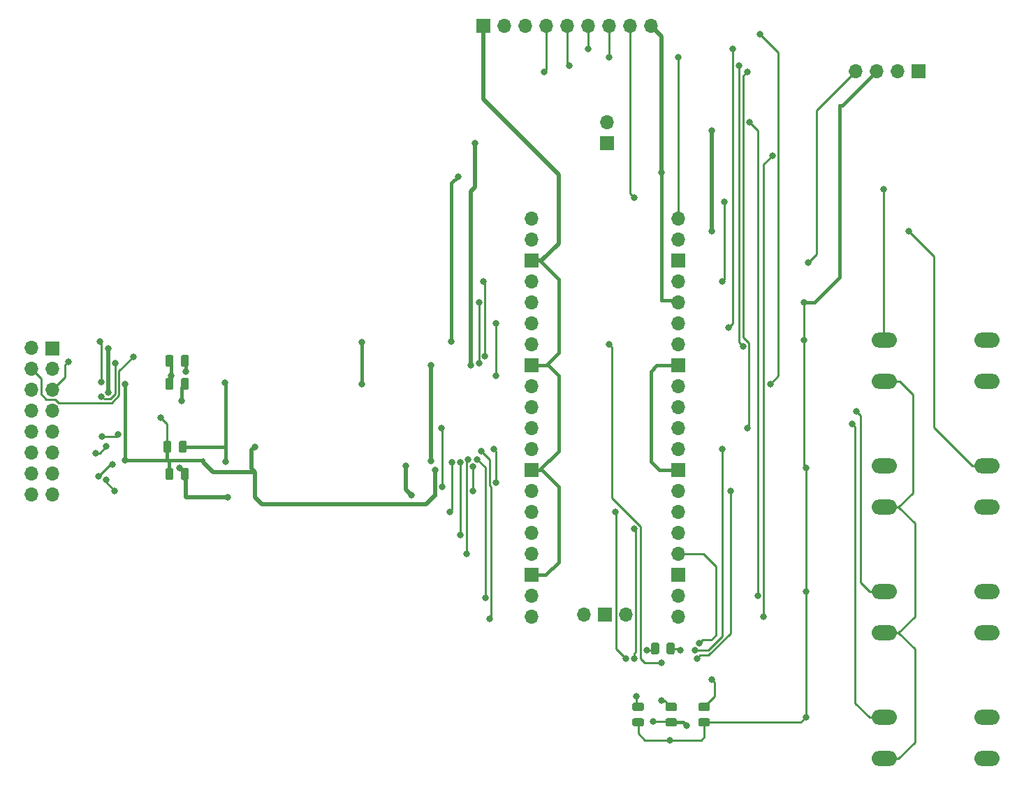
<source format=gbr>
G04 #@! TF.GenerationSoftware,KiCad,Pcbnew,5.1.5+dfsg1-2build2*
G04 #@! TF.CreationDate,2021-06-11T08:21:22+01:00*
G04 #@! TF.ProjectId,pak_breakout,70616b5f-6272-4656-916b-6f75742e6b69,rev?*
G04 #@! TF.SameCoordinates,Original*
G04 #@! TF.FileFunction,Copper,L2,Bot*
G04 #@! TF.FilePolarity,Positive*
%FSLAX46Y46*%
G04 Gerber Fmt 4.6, Leading zero omitted, Abs format (unit mm)*
G04 Created by KiCad (PCBNEW 5.1.5+dfsg1-2build2) date 2021-06-11 08:21:22*
%MOMM*%
%LPD*%
G04 APERTURE LIST*
%ADD10O,1.700000X1.700000*%
%ADD11R,1.700000X1.700000*%
%ADD12O,3.048000X1.850000*%
%ADD13C,0.100000*%
%ADD14C,0.800000*%
%ADD15C,0.250000*%
%ADD16C,0.400000*%
%ADD17C,0.500000*%
G04 APERTURE END LIST*
D10*
X398526000Y-188468000D03*
X395986000Y-188468000D03*
X393446000Y-188468000D03*
X390906000Y-188468000D03*
X388366000Y-188468000D03*
X385826000Y-188468000D03*
X383286000Y-188468000D03*
X380746000Y-188468000D03*
D11*
X378206000Y-188468000D03*
D12*
X426800000Y-246870000D03*
X426800000Y-241870000D03*
X439300000Y-246870000D03*
X439300000Y-241870000D03*
D10*
X393192000Y-200152000D03*
D11*
X393192000Y-202692000D03*
G04 #@! TA.AperFunction,SMDPad,CuDef*
D13*
G36*
X340452142Y-228409174D02*
G01*
X340475803Y-228412684D01*
X340499007Y-228418496D01*
X340521529Y-228426554D01*
X340543153Y-228436782D01*
X340563670Y-228449079D01*
X340582883Y-228463329D01*
X340600607Y-228479393D01*
X340616671Y-228497117D01*
X340630921Y-228516330D01*
X340643218Y-228536847D01*
X340653446Y-228558471D01*
X340661504Y-228580993D01*
X340667316Y-228604197D01*
X340670826Y-228627858D01*
X340672000Y-228651750D01*
X340672000Y-229564250D01*
X340670826Y-229588142D01*
X340667316Y-229611803D01*
X340661504Y-229635007D01*
X340653446Y-229657529D01*
X340643218Y-229679153D01*
X340630921Y-229699670D01*
X340616671Y-229718883D01*
X340600607Y-229736607D01*
X340582883Y-229752671D01*
X340563670Y-229766921D01*
X340543153Y-229779218D01*
X340521529Y-229789446D01*
X340499007Y-229797504D01*
X340475803Y-229803316D01*
X340452142Y-229806826D01*
X340428250Y-229808000D01*
X339940750Y-229808000D01*
X339916858Y-229806826D01*
X339893197Y-229803316D01*
X339869993Y-229797504D01*
X339847471Y-229789446D01*
X339825847Y-229779218D01*
X339805330Y-229766921D01*
X339786117Y-229752671D01*
X339768393Y-229736607D01*
X339752329Y-229718883D01*
X339738079Y-229699670D01*
X339725782Y-229679153D01*
X339715554Y-229657529D01*
X339707496Y-229635007D01*
X339701684Y-229611803D01*
X339698174Y-229588142D01*
X339697000Y-229564250D01*
X339697000Y-228651750D01*
X339698174Y-228627858D01*
X339701684Y-228604197D01*
X339707496Y-228580993D01*
X339715554Y-228558471D01*
X339725782Y-228536847D01*
X339738079Y-228516330D01*
X339752329Y-228497117D01*
X339768393Y-228479393D01*
X339786117Y-228463329D01*
X339805330Y-228449079D01*
X339825847Y-228436782D01*
X339847471Y-228426554D01*
X339869993Y-228418496D01*
X339893197Y-228412684D01*
X339916858Y-228409174D01*
X339940750Y-228408000D01*
X340428250Y-228408000D01*
X340452142Y-228409174D01*
G37*
G04 #@! TD.AperFunction*
G04 #@! TA.AperFunction,SMDPad,CuDef*
G36*
X342327142Y-228409174D02*
G01*
X342350803Y-228412684D01*
X342374007Y-228418496D01*
X342396529Y-228426554D01*
X342418153Y-228436782D01*
X342438670Y-228449079D01*
X342457883Y-228463329D01*
X342475607Y-228479393D01*
X342491671Y-228497117D01*
X342505921Y-228516330D01*
X342518218Y-228536847D01*
X342528446Y-228558471D01*
X342536504Y-228580993D01*
X342542316Y-228604197D01*
X342545826Y-228627858D01*
X342547000Y-228651750D01*
X342547000Y-229564250D01*
X342545826Y-229588142D01*
X342542316Y-229611803D01*
X342536504Y-229635007D01*
X342528446Y-229657529D01*
X342518218Y-229679153D01*
X342505921Y-229699670D01*
X342491671Y-229718883D01*
X342475607Y-229736607D01*
X342457883Y-229752671D01*
X342438670Y-229766921D01*
X342418153Y-229779218D01*
X342396529Y-229789446D01*
X342374007Y-229797504D01*
X342350803Y-229803316D01*
X342327142Y-229806826D01*
X342303250Y-229808000D01*
X341815750Y-229808000D01*
X341791858Y-229806826D01*
X341768197Y-229803316D01*
X341744993Y-229797504D01*
X341722471Y-229789446D01*
X341700847Y-229779218D01*
X341680330Y-229766921D01*
X341661117Y-229752671D01*
X341643393Y-229736607D01*
X341627329Y-229718883D01*
X341613079Y-229699670D01*
X341600782Y-229679153D01*
X341590554Y-229657529D01*
X341582496Y-229635007D01*
X341576684Y-229611803D01*
X341573174Y-229588142D01*
X341572000Y-229564250D01*
X341572000Y-228651750D01*
X341573174Y-228627858D01*
X341576684Y-228604197D01*
X341582496Y-228580993D01*
X341590554Y-228558471D01*
X341600782Y-228536847D01*
X341613079Y-228516330D01*
X341627329Y-228497117D01*
X341643393Y-228479393D01*
X341661117Y-228463329D01*
X341680330Y-228449079D01*
X341700847Y-228436782D01*
X341722471Y-228426554D01*
X341744993Y-228418496D01*
X341768197Y-228412684D01*
X341791858Y-228409174D01*
X341815750Y-228408000D01*
X342303250Y-228408000D01*
X342327142Y-228409174D01*
G37*
G04 #@! TD.AperFunction*
G04 #@! TA.AperFunction,SMDPad,CuDef*
G36*
X340198142Y-238823174D02*
G01*
X340221803Y-238826684D01*
X340245007Y-238832496D01*
X340267529Y-238840554D01*
X340289153Y-238850782D01*
X340309670Y-238863079D01*
X340328883Y-238877329D01*
X340346607Y-238893393D01*
X340362671Y-238911117D01*
X340376921Y-238930330D01*
X340389218Y-238950847D01*
X340399446Y-238972471D01*
X340407504Y-238994993D01*
X340413316Y-239018197D01*
X340416826Y-239041858D01*
X340418000Y-239065750D01*
X340418000Y-239978250D01*
X340416826Y-240002142D01*
X340413316Y-240025803D01*
X340407504Y-240049007D01*
X340399446Y-240071529D01*
X340389218Y-240093153D01*
X340376921Y-240113670D01*
X340362671Y-240132883D01*
X340346607Y-240150607D01*
X340328883Y-240166671D01*
X340309670Y-240180921D01*
X340289153Y-240193218D01*
X340267529Y-240203446D01*
X340245007Y-240211504D01*
X340221803Y-240217316D01*
X340198142Y-240220826D01*
X340174250Y-240222000D01*
X339686750Y-240222000D01*
X339662858Y-240220826D01*
X339639197Y-240217316D01*
X339615993Y-240211504D01*
X339593471Y-240203446D01*
X339571847Y-240193218D01*
X339551330Y-240180921D01*
X339532117Y-240166671D01*
X339514393Y-240150607D01*
X339498329Y-240132883D01*
X339484079Y-240113670D01*
X339471782Y-240093153D01*
X339461554Y-240071529D01*
X339453496Y-240049007D01*
X339447684Y-240025803D01*
X339444174Y-240002142D01*
X339443000Y-239978250D01*
X339443000Y-239065750D01*
X339444174Y-239041858D01*
X339447684Y-239018197D01*
X339453496Y-238994993D01*
X339461554Y-238972471D01*
X339471782Y-238950847D01*
X339484079Y-238930330D01*
X339498329Y-238911117D01*
X339514393Y-238893393D01*
X339532117Y-238877329D01*
X339551330Y-238863079D01*
X339571847Y-238850782D01*
X339593471Y-238840554D01*
X339615993Y-238832496D01*
X339639197Y-238826684D01*
X339662858Y-238823174D01*
X339686750Y-238822000D01*
X340174250Y-238822000D01*
X340198142Y-238823174D01*
G37*
G04 #@! TD.AperFunction*
G04 #@! TA.AperFunction,SMDPad,CuDef*
G36*
X342073142Y-238823174D02*
G01*
X342096803Y-238826684D01*
X342120007Y-238832496D01*
X342142529Y-238840554D01*
X342164153Y-238850782D01*
X342184670Y-238863079D01*
X342203883Y-238877329D01*
X342221607Y-238893393D01*
X342237671Y-238911117D01*
X342251921Y-238930330D01*
X342264218Y-238950847D01*
X342274446Y-238972471D01*
X342282504Y-238994993D01*
X342288316Y-239018197D01*
X342291826Y-239041858D01*
X342293000Y-239065750D01*
X342293000Y-239978250D01*
X342291826Y-240002142D01*
X342288316Y-240025803D01*
X342282504Y-240049007D01*
X342274446Y-240071529D01*
X342264218Y-240093153D01*
X342251921Y-240113670D01*
X342237671Y-240132883D01*
X342221607Y-240150607D01*
X342203883Y-240166671D01*
X342184670Y-240180921D01*
X342164153Y-240193218D01*
X342142529Y-240203446D01*
X342120007Y-240211504D01*
X342096803Y-240217316D01*
X342073142Y-240220826D01*
X342049250Y-240222000D01*
X341561750Y-240222000D01*
X341537858Y-240220826D01*
X341514197Y-240217316D01*
X341490993Y-240211504D01*
X341468471Y-240203446D01*
X341446847Y-240193218D01*
X341426330Y-240180921D01*
X341407117Y-240166671D01*
X341389393Y-240150607D01*
X341373329Y-240132883D01*
X341359079Y-240113670D01*
X341346782Y-240093153D01*
X341336554Y-240071529D01*
X341328496Y-240049007D01*
X341322684Y-240025803D01*
X341319174Y-240002142D01*
X341318000Y-239978250D01*
X341318000Y-239065750D01*
X341319174Y-239041858D01*
X341322684Y-239018197D01*
X341328496Y-238994993D01*
X341336554Y-238972471D01*
X341346782Y-238950847D01*
X341359079Y-238930330D01*
X341373329Y-238911117D01*
X341389393Y-238893393D01*
X341407117Y-238877329D01*
X341426330Y-238863079D01*
X341446847Y-238850782D01*
X341468471Y-238840554D01*
X341490993Y-238832496D01*
X341514197Y-238826684D01*
X341537858Y-238823174D01*
X341561750Y-238822000D01*
X342049250Y-238822000D01*
X342073142Y-238823174D01*
G37*
G04 #@! TD.AperFunction*
G04 #@! TA.AperFunction,SMDPad,CuDef*
G36*
X340452142Y-242125174D02*
G01*
X340475803Y-242128684D01*
X340499007Y-242134496D01*
X340521529Y-242142554D01*
X340543153Y-242152782D01*
X340563670Y-242165079D01*
X340582883Y-242179329D01*
X340600607Y-242195393D01*
X340616671Y-242213117D01*
X340630921Y-242232330D01*
X340643218Y-242252847D01*
X340653446Y-242274471D01*
X340661504Y-242296993D01*
X340667316Y-242320197D01*
X340670826Y-242343858D01*
X340672000Y-242367750D01*
X340672000Y-243280250D01*
X340670826Y-243304142D01*
X340667316Y-243327803D01*
X340661504Y-243351007D01*
X340653446Y-243373529D01*
X340643218Y-243395153D01*
X340630921Y-243415670D01*
X340616671Y-243434883D01*
X340600607Y-243452607D01*
X340582883Y-243468671D01*
X340563670Y-243482921D01*
X340543153Y-243495218D01*
X340521529Y-243505446D01*
X340499007Y-243513504D01*
X340475803Y-243519316D01*
X340452142Y-243522826D01*
X340428250Y-243524000D01*
X339940750Y-243524000D01*
X339916858Y-243522826D01*
X339893197Y-243519316D01*
X339869993Y-243513504D01*
X339847471Y-243505446D01*
X339825847Y-243495218D01*
X339805330Y-243482921D01*
X339786117Y-243468671D01*
X339768393Y-243452607D01*
X339752329Y-243434883D01*
X339738079Y-243415670D01*
X339725782Y-243395153D01*
X339715554Y-243373529D01*
X339707496Y-243351007D01*
X339701684Y-243327803D01*
X339698174Y-243304142D01*
X339697000Y-243280250D01*
X339697000Y-242367750D01*
X339698174Y-242343858D01*
X339701684Y-242320197D01*
X339707496Y-242296993D01*
X339715554Y-242274471D01*
X339725782Y-242252847D01*
X339738079Y-242232330D01*
X339752329Y-242213117D01*
X339768393Y-242195393D01*
X339786117Y-242179329D01*
X339805330Y-242165079D01*
X339825847Y-242152782D01*
X339847471Y-242142554D01*
X339869993Y-242134496D01*
X339893197Y-242128684D01*
X339916858Y-242125174D01*
X339940750Y-242124000D01*
X340428250Y-242124000D01*
X340452142Y-242125174D01*
G37*
G04 #@! TD.AperFunction*
G04 #@! TA.AperFunction,SMDPad,CuDef*
G36*
X342327142Y-242125174D02*
G01*
X342350803Y-242128684D01*
X342374007Y-242134496D01*
X342396529Y-242142554D01*
X342418153Y-242152782D01*
X342438670Y-242165079D01*
X342457883Y-242179329D01*
X342475607Y-242195393D01*
X342491671Y-242213117D01*
X342505921Y-242232330D01*
X342518218Y-242252847D01*
X342528446Y-242274471D01*
X342536504Y-242296993D01*
X342542316Y-242320197D01*
X342545826Y-242343858D01*
X342547000Y-242367750D01*
X342547000Y-243280250D01*
X342545826Y-243304142D01*
X342542316Y-243327803D01*
X342536504Y-243351007D01*
X342528446Y-243373529D01*
X342518218Y-243395153D01*
X342505921Y-243415670D01*
X342491671Y-243434883D01*
X342475607Y-243452607D01*
X342457883Y-243468671D01*
X342438670Y-243482921D01*
X342418153Y-243495218D01*
X342396529Y-243505446D01*
X342374007Y-243513504D01*
X342350803Y-243519316D01*
X342327142Y-243522826D01*
X342303250Y-243524000D01*
X341815750Y-243524000D01*
X341791858Y-243522826D01*
X341768197Y-243519316D01*
X341744993Y-243513504D01*
X341722471Y-243505446D01*
X341700847Y-243495218D01*
X341680330Y-243482921D01*
X341661117Y-243468671D01*
X341643393Y-243452607D01*
X341627329Y-243434883D01*
X341613079Y-243415670D01*
X341600782Y-243395153D01*
X341590554Y-243373529D01*
X341582496Y-243351007D01*
X341576684Y-243327803D01*
X341573174Y-243304142D01*
X341572000Y-243280250D01*
X341572000Y-242367750D01*
X341573174Y-242343858D01*
X341576684Y-242320197D01*
X341582496Y-242296993D01*
X341590554Y-242274471D01*
X341600782Y-242252847D01*
X341613079Y-242232330D01*
X341627329Y-242213117D01*
X341643393Y-242195393D01*
X341661117Y-242179329D01*
X341680330Y-242165079D01*
X341700847Y-242152782D01*
X341722471Y-242142554D01*
X341744993Y-242134496D01*
X341768197Y-242128684D01*
X341791858Y-242125174D01*
X341815750Y-242124000D01*
X342303250Y-242124000D01*
X342327142Y-242125174D01*
G37*
G04 #@! TD.AperFunction*
G04 #@! TA.AperFunction,SMDPad,CuDef*
G36*
X340452142Y-231203174D02*
G01*
X340475803Y-231206684D01*
X340499007Y-231212496D01*
X340521529Y-231220554D01*
X340543153Y-231230782D01*
X340563670Y-231243079D01*
X340582883Y-231257329D01*
X340600607Y-231273393D01*
X340616671Y-231291117D01*
X340630921Y-231310330D01*
X340643218Y-231330847D01*
X340653446Y-231352471D01*
X340661504Y-231374993D01*
X340667316Y-231398197D01*
X340670826Y-231421858D01*
X340672000Y-231445750D01*
X340672000Y-232358250D01*
X340670826Y-232382142D01*
X340667316Y-232405803D01*
X340661504Y-232429007D01*
X340653446Y-232451529D01*
X340643218Y-232473153D01*
X340630921Y-232493670D01*
X340616671Y-232512883D01*
X340600607Y-232530607D01*
X340582883Y-232546671D01*
X340563670Y-232560921D01*
X340543153Y-232573218D01*
X340521529Y-232583446D01*
X340499007Y-232591504D01*
X340475803Y-232597316D01*
X340452142Y-232600826D01*
X340428250Y-232602000D01*
X339940750Y-232602000D01*
X339916858Y-232600826D01*
X339893197Y-232597316D01*
X339869993Y-232591504D01*
X339847471Y-232583446D01*
X339825847Y-232573218D01*
X339805330Y-232560921D01*
X339786117Y-232546671D01*
X339768393Y-232530607D01*
X339752329Y-232512883D01*
X339738079Y-232493670D01*
X339725782Y-232473153D01*
X339715554Y-232451529D01*
X339707496Y-232429007D01*
X339701684Y-232405803D01*
X339698174Y-232382142D01*
X339697000Y-232358250D01*
X339697000Y-231445750D01*
X339698174Y-231421858D01*
X339701684Y-231398197D01*
X339707496Y-231374993D01*
X339715554Y-231352471D01*
X339725782Y-231330847D01*
X339738079Y-231310330D01*
X339752329Y-231291117D01*
X339768393Y-231273393D01*
X339786117Y-231257329D01*
X339805330Y-231243079D01*
X339825847Y-231230782D01*
X339847471Y-231220554D01*
X339869993Y-231212496D01*
X339893197Y-231206684D01*
X339916858Y-231203174D01*
X339940750Y-231202000D01*
X340428250Y-231202000D01*
X340452142Y-231203174D01*
G37*
G04 #@! TD.AperFunction*
G04 #@! TA.AperFunction,SMDPad,CuDef*
G36*
X342327142Y-231203174D02*
G01*
X342350803Y-231206684D01*
X342374007Y-231212496D01*
X342396529Y-231220554D01*
X342418153Y-231230782D01*
X342438670Y-231243079D01*
X342457883Y-231257329D01*
X342475607Y-231273393D01*
X342491671Y-231291117D01*
X342505921Y-231310330D01*
X342518218Y-231330847D01*
X342528446Y-231352471D01*
X342536504Y-231374993D01*
X342542316Y-231398197D01*
X342545826Y-231421858D01*
X342547000Y-231445750D01*
X342547000Y-232358250D01*
X342545826Y-232382142D01*
X342542316Y-232405803D01*
X342536504Y-232429007D01*
X342528446Y-232451529D01*
X342518218Y-232473153D01*
X342505921Y-232493670D01*
X342491671Y-232512883D01*
X342475607Y-232530607D01*
X342457883Y-232546671D01*
X342438670Y-232560921D01*
X342418153Y-232573218D01*
X342396529Y-232583446D01*
X342374007Y-232591504D01*
X342350803Y-232597316D01*
X342327142Y-232600826D01*
X342303250Y-232602000D01*
X341815750Y-232602000D01*
X341791858Y-232600826D01*
X341768197Y-232597316D01*
X341744993Y-232591504D01*
X341722471Y-232583446D01*
X341700847Y-232573218D01*
X341680330Y-232560921D01*
X341661117Y-232546671D01*
X341643393Y-232530607D01*
X341627329Y-232512883D01*
X341613079Y-232493670D01*
X341600782Y-232473153D01*
X341590554Y-232451529D01*
X341582496Y-232429007D01*
X341576684Y-232405803D01*
X341573174Y-232382142D01*
X341572000Y-232358250D01*
X341572000Y-231445750D01*
X341573174Y-231421858D01*
X341576684Y-231398197D01*
X341582496Y-231374993D01*
X341590554Y-231352471D01*
X341600782Y-231330847D01*
X341613079Y-231310330D01*
X341627329Y-231291117D01*
X341643393Y-231273393D01*
X341661117Y-231257329D01*
X341680330Y-231243079D01*
X341700847Y-231230782D01*
X341722471Y-231220554D01*
X341744993Y-231212496D01*
X341768197Y-231206684D01*
X341791858Y-231203174D01*
X341815750Y-231202000D01*
X342303250Y-231202000D01*
X342327142Y-231203174D01*
G37*
G04 #@! TD.AperFunction*
D10*
X323460000Y-245300000D03*
X326000000Y-245300000D03*
X323460000Y-242760000D03*
X326000000Y-242760000D03*
X323460000Y-240220000D03*
X326000000Y-240220000D03*
X323460000Y-237680000D03*
X326000000Y-237680000D03*
X323460000Y-235140000D03*
X326000000Y-235140000D03*
X323460000Y-232600000D03*
X326000000Y-232600000D03*
X323460000Y-230060000D03*
X326000000Y-230060000D03*
X323460000Y-227520000D03*
D11*
X326000000Y-227600000D03*
D10*
X395540000Y-259900000D03*
D11*
X393000000Y-259900000D03*
D10*
X390460000Y-259900000D03*
X401890000Y-211870000D03*
X401890000Y-214410000D03*
D11*
X401890000Y-216950000D03*
D10*
X401890000Y-219490000D03*
X401890000Y-222030000D03*
X401890000Y-224570000D03*
X401890000Y-227110000D03*
D11*
X401890000Y-229650000D03*
D10*
X401890000Y-232190000D03*
X401890000Y-234730000D03*
X401890000Y-237270000D03*
X401890000Y-239810000D03*
D11*
X401890000Y-242350000D03*
D10*
X401890000Y-244890000D03*
X401890000Y-247430000D03*
X401890000Y-249970000D03*
X401890000Y-252510000D03*
D11*
X401890000Y-255050000D03*
D10*
X401890000Y-257590000D03*
X401890000Y-260130000D03*
X384110000Y-260130000D03*
X384110000Y-257590000D03*
D11*
X384110000Y-255050000D03*
D10*
X384110000Y-252510000D03*
X384110000Y-249970000D03*
X384110000Y-247430000D03*
X384110000Y-244890000D03*
D11*
X384110000Y-242350000D03*
D10*
X384110000Y-239810000D03*
X384110000Y-237270000D03*
X384110000Y-234730000D03*
X384110000Y-232190000D03*
D11*
X384110000Y-229650000D03*
D10*
X384110000Y-227110000D03*
X384110000Y-224570000D03*
X384110000Y-222030000D03*
X384110000Y-219490000D03*
D11*
X384110000Y-216950000D03*
D10*
X384110000Y-214410000D03*
X384110000Y-211870000D03*
D12*
X426800000Y-277350000D03*
X426800000Y-272350000D03*
X439300000Y-277350000D03*
X439300000Y-272350000D03*
X426800000Y-262110000D03*
X426800000Y-257110000D03*
X439300000Y-262110000D03*
X439300000Y-257110000D03*
X426800000Y-231630000D03*
X426800000Y-226630000D03*
X439300000Y-231630000D03*
X439300000Y-226630000D03*
G04 #@! TA.AperFunction,SMDPad,CuDef*
D13*
G36*
X401480142Y-272451174D02*
G01*
X401503803Y-272454684D01*
X401527007Y-272460496D01*
X401549529Y-272468554D01*
X401571153Y-272478782D01*
X401591670Y-272491079D01*
X401610883Y-272505329D01*
X401628607Y-272521393D01*
X401644671Y-272539117D01*
X401658921Y-272558330D01*
X401671218Y-272578847D01*
X401681446Y-272600471D01*
X401689504Y-272622993D01*
X401695316Y-272646197D01*
X401698826Y-272669858D01*
X401700000Y-272693750D01*
X401700000Y-273181250D01*
X401698826Y-273205142D01*
X401695316Y-273228803D01*
X401689504Y-273252007D01*
X401681446Y-273274529D01*
X401671218Y-273296153D01*
X401658921Y-273316670D01*
X401644671Y-273335883D01*
X401628607Y-273353607D01*
X401610883Y-273369671D01*
X401591670Y-273383921D01*
X401571153Y-273396218D01*
X401549529Y-273406446D01*
X401527007Y-273414504D01*
X401503803Y-273420316D01*
X401480142Y-273423826D01*
X401456250Y-273425000D01*
X400543750Y-273425000D01*
X400519858Y-273423826D01*
X400496197Y-273420316D01*
X400472993Y-273414504D01*
X400450471Y-273406446D01*
X400428847Y-273396218D01*
X400408330Y-273383921D01*
X400389117Y-273369671D01*
X400371393Y-273353607D01*
X400355329Y-273335883D01*
X400341079Y-273316670D01*
X400328782Y-273296153D01*
X400318554Y-273274529D01*
X400310496Y-273252007D01*
X400304684Y-273228803D01*
X400301174Y-273205142D01*
X400300000Y-273181250D01*
X400300000Y-272693750D01*
X400301174Y-272669858D01*
X400304684Y-272646197D01*
X400310496Y-272622993D01*
X400318554Y-272600471D01*
X400328782Y-272578847D01*
X400341079Y-272558330D01*
X400355329Y-272539117D01*
X400371393Y-272521393D01*
X400389117Y-272505329D01*
X400408330Y-272491079D01*
X400428847Y-272478782D01*
X400450471Y-272468554D01*
X400472993Y-272460496D01*
X400496197Y-272454684D01*
X400519858Y-272451174D01*
X400543750Y-272450000D01*
X401456250Y-272450000D01*
X401480142Y-272451174D01*
G37*
G04 #@! TD.AperFunction*
G04 #@! TA.AperFunction,SMDPad,CuDef*
G36*
X401480142Y-270576174D02*
G01*
X401503803Y-270579684D01*
X401527007Y-270585496D01*
X401549529Y-270593554D01*
X401571153Y-270603782D01*
X401591670Y-270616079D01*
X401610883Y-270630329D01*
X401628607Y-270646393D01*
X401644671Y-270664117D01*
X401658921Y-270683330D01*
X401671218Y-270703847D01*
X401681446Y-270725471D01*
X401689504Y-270747993D01*
X401695316Y-270771197D01*
X401698826Y-270794858D01*
X401700000Y-270818750D01*
X401700000Y-271306250D01*
X401698826Y-271330142D01*
X401695316Y-271353803D01*
X401689504Y-271377007D01*
X401681446Y-271399529D01*
X401671218Y-271421153D01*
X401658921Y-271441670D01*
X401644671Y-271460883D01*
X401628607Y-271478607D01*
X401610883Y-271494671D01*
X401591670Y-271508921D01*
X401571153Y-271521218D01*
X401549529Y-271531446D01*
X401527007Y-271539504D01*
X401503803Y-271545316D01*
X401480142Y-271548826D01*
X401456250Y-271550000D01*
X400543750Y-271550000D01*
X400519858Y-271548826D01*
X400496197Y-271545316D01*
X400472993Y-271539504D01*
X400450471Y-271531446D01*
X400428847Y-271521218D01*
X400408330Y-271508921D01*
X400389117Y-271494671D01*
X400371393Y-271478607D01*
X400355329Y-271460883D01*
X400341079Y-271441670D01*
X400328782Y-271421153D01*
X400318554Y-271399529D01*
X400310496Y-271377007D01*
X400304684Y-271353803D01*
X400301174Y-271330142D01*
X400300000Y-271306250D01*
X400300000Y-270818750D01*
X400301174Y-270794858D01*
X400304684Y-270771197D01*
X400310496Y-270747993D01*
X400318554Y-270725471D01*
X400328782Y-270703847D01*
X400341079Y-270683330D01*
X400355329Y-270664117D01*
X400371393Y-270646393D01*
X400389117Y-270630329D01*
X400408330Y-270616079D01*
X400428847Y-270603782D01*
X400450471Y-270593554D01*
X400472993Y-270585496D01*
X400496197Y-270579684D01*
X400519858Y-270576174D01*
X400543750Y-270575000D01*
X401456250Y-270575000D01*
X401480142Y-270576174D01*
G37*
G04 #@! TD.AperFunction*
G04 #@! TA.AperFunction,SMDPad,CuDef*
G36*
X397480142Y-270576174D02*
G01*
X397503803Y-270579684D01*
X397527007Y-270585496D01*
X397549529Y-270593554D01*
X397571153Y-270603782D01*
X397591670Y-270616079D01*
X397610883Y-270630329D01*
X397628607Y-270646393D01*
X397644671Y-270664117D01*
X397658921Y-270683330D01*
X397671218Y-270703847D01*
X397681446Y-270725471D01*
X397689504Y-270747993D01*
X397695316Y-270771197D01*
X397698826Y-270794858D01*
X397700000Y-270818750D01*
X397700000Y-271306250D01*
X397698826Y-271330142D01*
X397695316Y-271353803D01*
X397689504Y-271377007D01*
X397681446Y-271399529D01*
X397671218Y-271421153D01*
X397658921Y-271441670D01*
X397644671Y-271460883D01*
X397628607Y-271478607D01*
X397610883Y-271494671D01*
X397591670Y-271508921D01*
X397571153Y-271521218D01*
X397549529Y-271531446D01*
X397527007Y-271539504D01*
X397503803Y-271545316D01*
X397480142Y-271548826D01*
X397456250Y-271550000D01*
X396543750Y-271550000D01*
X396519858Y-271548826D01*
X396496197Y-271545316D01*
X396472993Y-271539504D01*
X396450471Y-271531446D01*
X396428847Y-271521218D01*
X396408330Y-271508921D01*
X396389117Y-271494671D01*
X396371393Y-271478607D01*
X396355329Y-271460883D01*
X396341079Y-271441670D01*
X396328782Y-271421153D01*
X396318554Y-271399529D01*
X396310496Y-271377007D01*
X396304684Y-271353803D01*
X396301174Y-271330142D01*
X396300000Y-271306250D01*
X396300000Y-270818750D01*
X396301174Y-270794858D01*
X396304684Y-270771197D01*
X396310496Y-270747993D01*
X396318554Y-270725471D01*
X396328782Y-270703847D01*
X396341079Y-270683330D01*
X396355329Y-270664117D01*
X396371393Y-270646393D01*
X396389117Y-270630329D01*
X396408330Y-270616079D01*
X396428847Y-270603782D01*
X396450471Y-270593554D01*
X396472993Y-270585496D01*
X396496197Y-270579684D01*
X396519858Y-270576174D01*
X396543750Y-270575000D01*
X397456250Y-270575000D01*
X397480142Y-270576174D01*
G37*
G04 #@! TD.AperFunction*
G04 #@! TA.AperFunction,SMDPad,CuDef*
G36*
X397480142Y-272451174D02*
G01*
X397503803Y-272454684D01*
X397527007Y-272460496D01*
X397549529Y-272468554D01*
X397571153Y-272478782D01*
X397591670Y-272491079D01*
X397610883Y-272505329D01*
X397628607Y-272521393D01*
X397644671Y-272539117D01*
X397658921Y-272558330D01*
X397671218Y-272578847D01*
X397681446Y-272600471D01*
X397689504Y-272622993D01*
X397695316Y-272646197D01*
X397698826Y-272669858D01*
X397700000Y-272693750D01*
X397700000Y-273181250D01*
X397698826Y-273205142D01*
X397695316Y-273228803D01*
X397689504Y-273252007D01*
X397681446Y-273274529D01*
X397671218Y-273296153D01*
X397658921Y-273316670D01*
X397644671Y-273335883D01*
X397628607Y-273353607D01*
X397610883Y-273369671D01*
X397591670Y-273383921D01*
X397571153Y-273396218D01*
X397549529Y-273406446D01*
X397527007Y-273414504D01*
X397503803Y-273420316D01*
X397480142Y-273423826D01*
X397456250Y-273425000D01*
X396543750Y-273425000D01*
X396519858Y-273423826D01*
X396496197Y-273420316D01*
X396472993Y-273414504D01*
X396450471Y-273406446D01*
X396428847Y-273396218D01*
X396408330Y-273383921D01*
X396389117Y-273369671D01*
X396371393Y-273353607D01*
X396355329Y-273335883D01*
X396341079Y-273316670D01*
X396328782Y-273296153D01*
X396318554Y-273274529D01*
X396310496Y-273252007D01*
X396304684Y-273228803D01*
X396301174Y-273205142D01*
X396300000Y-273181250D01*
X396300000Y-272693750D01*
X396301174Y-272669858D01*
X396304684Y-272646197D01*
X396310496Y-272622993D01*
X396318554Y-272600471D01*
X396328782Y-272578847D01*
X396341079Y-272558330D01*
X396355329Y-272539117D01*
X396371393Y-272521393D01*
X396389117Y-272505329D01*
X396408330Y-272491079D01*
X396428847Y-272478782D01*
X396450471Y-272468554D01*
X396472993Y-272460496D01*
X396496197Y-272454684D01*
X396519858Y-272451174D01*
X396543750Y-272450000D01*
X397456250Y-272450000D01*
X397480142Y-272451174D01*
G37*
G04 #@! TD.AperFunction*
G04 #@! TA.AperFunction,SMDPad,CuDef*
G36*
X405480142Y-270576174D02*
G01*
X405503803Y-270579684D01*
X405527007Y-270585496D01*
X405549529Y-270593554D01*
X405571153Y-270603782D01*
X405591670Y-270616079D01*
X405610883Y-270630329D01*
X405628607Y-270646393D01*
X405644671Y-270664117D01*
X405658921Y-270683330D01*
X405671218Y-270703847D01*
X405681446Y-270725471D01*
X405689504Y-270747993D01*
X405695316Y-270771197D01*
X405698826Y-270794858D01*
X405700000Y-270818750D01*
X405700000Y-271306250D01*
X405698826Y-271330142D01*
X405695316Y-271353803D01*
X405689504Y-271377007D01*
X405681446Y-271399529D01*
X405671218Y-271421153D01*
X405658921Y-271441670D01*
X405644671Y-271460883D01*
X405628607Y-271478607D01*
X405610883Y-271494671D01*
X405591670Y-271508921D01*
X405571153Y-271521218D01*
X405549529Y-271531446D01*
X405527007Y-271539504D01*
X405503803Y-271545316D01*
X405480142Y-271548826D01*
X405456250Y-271550000D01*
X404543750Y-271550000D01*
X404519858Y-271548826D01*
X404496197Y-271545316D01*
X404472993Y-271539504D01*
X404450471Y-271531446D01*
X404428847Y-271521218D01*
X404408330Y-271508921D01*
X404389117Y-271494671D01*
X404371393Y-271478607D01*
X404355329Y-271460883D01*
X404341079Y-271441670D01*
X404328782Y-271421153D01*
X404318554Y-271399529D01*
X404310496Y-271377007D01*
X404304684Y-271353803D01*
X404301174Y-271330142D01*
X404300000Y-271306250D01*
X404300000Y-270818750D01*
X404301174Y-270794858D01*
X404304684Y-270771197D01*
X404310496Y-270747993D01*
X404318554Y-270725471D01*
X404328782Y-270703847D01*
X404341079Y-270683330D01*
X404355329Y-270664117D01*
X404371393Y-270646393D01*
X404389117Y-270630329D01*
X404408330Y-270616079D01*
X404428847Y-270603782D01*
X404450471Y-270593554D01*
X404472993Y-270585496D01*
X404496197Y-270579684D01*
X404519858Y-270576174D01*
X404543750Y-270575000D01*
X405456250Y-270575000D01*
X405480142Y-270576174D01*
G37*
G04 #@! TD.AperFunction*
G04 #@! TA.AperFunction,SMDPad,CuDef*
G36*
X405480142Y-272451174D02*
G01*
X405503803Y-272454684D01*
X405527007Y-272460496D01*
X405549529Y-272468554D01*
X405571153Y-272478782D01*
X405591670Y-272491079D01*
X405610883Y-272505329D01*
X405628607Y-272521393D01*
X405644671Y-272539117D01*
X405658921Y-272558330D01*
X405671218Y-272578847D01*
X405681446Y-272600471D01*
X405689504Y-272622993D01*
X405695316Y-272646197D01*
X405698826Y-272669858D01*
X405700000Y-272693750D01*
X405700000Y-273181250D01*
X405698826Y-273205142D01*
X405695316Y-273228803D01*
X405689504Y-273252007D01*
X405681446Y-273274529D01*
X405671218Y-273296153D01*
X405658921Y-273316670D01*
X405644671Y-273335883D01*
X405628607Y-273353607D01*
X405610883Y-273369671D01*
X405591670Y-273383921D01*
X405571153Y-273396218D01*
X405549529Y-273406446D01*
X405527007Y-273414504D01*
X405503803Y-273420316D01*
X405480142Y-273423826D01*
X405456250Y-273425000D01*
X404543750Y-273425000D01*
X404519858Y-273423826D01*
X404496197Y-273420316D01*
X404472993Y-273414504D01*
X404450471Y-273406446D01*
X404428847Y-273396218D01*
X404408330Y-273383921D01*
X404389117Y-273369671D01*
X404371393Y-273353607D01*
X404355329Y-273335883D01*
X404341079Y-273316670D01*
X404328782Y-273296153D01*
X404318554Y-273274529D01*
X404310496Y-273252007D01*
X404304684Y-273228803D01*
X404301174Y-273205142D01*
X404300000Y-273181250D01*
X404300000Y-272693750D01*
X404301174Y-272669858D01*
X404304684Y-272646197D01*
X404310496Y-272622993D01*
X404318554Y-272600471D01*
X404328782Y-272578847D01*
X404341079Y-272558330D01*
X404355329Y-272539117D01*
X404371393Y-272521393D01*
X404389117Y-272505329D01*
X404408330Y-272491079D01*
X404428847Y-272478782D01*
X404450471Y-272468554D01*
X404472993Y-272460496D01*
X404496197Y-272454684D01*
X404519858Y-272451174D01*
X404543750Y-272450000D01*
X405456250Y-272450000D01*
X405480142Y-272451174D01*
G37*
G04 #@! TD.AperFunction*
D10*
X423380000Y-194000000D03*
X425920000Y-194000000D03*
X428460000Y-194000000D03*
D11*
X431000000Y-194000000D03*
G04 #@! TA.AperFunction,SMDPad,CuDef*
D13*
G36*
X399330142Y-263301174D02*
G01*
X399353803Y-263304684D01*
X399377007Y-263310496D01*
X399399529Y-263318554D01*
X399421153Y-263328782D01*
X399441670Y-263341079D01*
X399460883Y-263355329D01*
X399478607Y-263371393D01*
X399494671Y-263389117D01*
X399508921Y-263408330D01*
X399521218Y-263428847D01*
X399531446Y-263450471D01*
X399539504Y-263472993D01*
X399545316Y-263496197D01*
X399548826Y-263519858D01*
X399550000Y-263543750D01*
X399550000Y-264456250D01*
X399548826Y-264480142D01*
X399545316Y-264503803D01*
X399539504Y-264527007D01*
X399531446Y-264549529D01*
X399521218Y-264571153D01*
X399508921Y-264591670D01*
X399494671Y-264610883D01*
X399478607Y-264628607D01*
X399460883Y-264644671D01*
X399441670Y-264658921D01*
X399421153Y-264671218D01*
X399399529Y-264681446D01*
X399377007Y-264689504D01*
X399353803Y-264695316D01*
X399330142Y-264698826D01*
X399306250Y-264700000D01*
X398818750Y-264700000D01*
X398794858Y-264698826D01*
X398771197Y-264695316D01*
X398747993Y-264689504D01*
X398725471Y-264681446D01*
X398703847Y-264671218D01*
X398683330Y-264658921D01*
X398664117Y-264644671D01*
X398646393Y-264628607D01*
X398630329Y-264610883D01*
X398616079Y-264591670D01*
X398603782Y-264571153D01*
X398593554Y-264549529D01*
X398585496Y-264527007D01*
X398579684Y-264503803D01*
X398576174Y-264480142D01*
X398575000Y-264456250D01*
X398575000Y-263543750D01*
X398576174Y-263519858D01*
X398579684Y-263496197D01*
X398585496Y-263472993D01*
X398593554Y-263450471D01*
X398603782Y-263428847D01*
X398616079Y-263408330D01*
X398630329Y-263389117D01*
X398646393Y-263371393D01*
X398664117Y-263355329D01*
X398683330Y-263341079D01*
X398703847Y-263328782D01*
X398725471Y-263318554D01*
X398747993Y-263310496D01*
X398771197Y-263304684D01*
X398794858Y-263301174D01*
X398818750Y-263300000D01*
X399306250Y-263300000D01*
X399330142Y-263301174D01*
G37*
G04 #@! TD.AperFunction*
G04 #@! TA.AperFunction,SMDPad,CuDef*
G36*
X401205142Y-263301174D02*
G01*
X401228803Y-263304684D01*
X401252007Y-263310496D01*
X401274529Y-263318554D01*
X401296153Y-263328782D01*
X401316670Y-263341079D01*
X401335883Y-263355329D01*
X401353607Y-263371393D01*
X401369671Y-263389117D01*
X401383921Y-263408330D01*
X401396218Y-263428847D01*
X401406446Y-263450471D01*
X401414504Y-263472993D01*
X401420316Y-263496197D01*
X401423826Y-263519858D01*
X401425000Y-263543750D01*
X401425000Y-264456250D01*
X401423826Y-264480142D01*
X401420316Y-264503803D01*
X401414504Y-264527007D01*
X401406446Y-264549529D01*
X401396218Y-264571153D01*
X401383921Y-264591670D01*
X401369671Y-264610883D01*
X401353607Y-264628607D01*
X401335883Y-264644671D01*
X401316670Y-264658921D01*
X401296153Y-264671218D01*
X401274529Y-264681446D01*
X401252007Y-264689504D01*
X401228803Y-264695316D01*
X401205142Y-264698826D01*
X401181250Y-264700000D01*
X400693750Y-264700000D01*
X400669858Y-264698826D01*
X400646197Y-264695316D01*
X400622993Y-264689504D01*
X400600471Y-264681446D01*
X400578847Y-264671218D01*
X400558330Y-264658921D01*
X400539117Y-264644671D01*
X400521393Y-264628607D01*
X400505329Y-264610883D01*
X400491079Y-264591670D01*
X400478782Y-264571153D01*
X400468554Y-264549529D01*
X400460496Y-264527007D01*
X400454684Y-264503803D01*
X400451174Y-264480142D01*
X400450000Y-264456250D01*
X400450000Y-263543750D01*
X400451174Y-263519858D01*
X400454684Y-263496197D01*
X400460496Y-263472993D01*
X400468554Y-263450471D01*
X400478782Y-263428847D01*
X400491079Y-263408330D01*
X400505329Y-263389117D01*
X400521393Y-263371393D01*
X400539117Y-263355329D01*
X400558330Y-263341079D01*
X400578847Y-263328782D01*
X400600471Y-263318554D01*
X400622993Y-263310496D01*
X400646197Y-263304684D01*
X400669858Y-263301174D01*
X400693750Y-263300000D01*
X401181250Y-263300000D01*
X401205142Y-263301174D01*
G37*
G04 #@! TD.AperFunction*
D14*
X347218000Y-245618000D03*
X398780000Y-272796000D03*
X398018000Y-264160000D03*
X417576000Y-217170000D03*
X334772000Y-241150000D03*
X372364000Y-242316000D03*
X402844000Y-273304000D03*
X334772000Y-231902000D03*
X340360000Y-230886000D03*
X341630000Y-233934000D03*
X341376000Y-242062000D03*
X377190000Y-202692000D03*
X376682000Y-229616000D03*
X371856000Y-229616000D03*
X371856000Y-241263000D03*
X368808000Y-241808000D03*
X369523299Y-245434051D03*
X332740000Y-227584000D03*
X332740000Y-232918000D03*
X335788000Y-228600000D03*
X350520000Y-239522000D03*
X339090000Y-235966000D03*
X331890000Y-231648000D03*
X331754634Y-226750000D03*
X327914000Y-229210000D03*
X331901563Y-233463000D03*
X333590000Y-229362000D03*
X331973347Y-238256653D03*
X333972000Y-237998000D03*
X331211347Y-240288653D03*
X332490653Y-239517347D03*
X333248000Y-241650000D03*
X331604816Y-243100000D03*
X332481347Y-243581347D03*
X333502000Y-244856000D03*
X417068000Y-226568000D03*
X417322000Y-242062000D03*
X417322000Y-257048000D03*
X417322000Y-272288000D03*
X400812000Y-275082000D03*
X402082000Y-264160000D03*
X417068000Y-221996000D03*
X363474000Y-231902000D03*
X363474000Y-226822000D03*
X374357999Y-226783999D03*
X375158000Y-206756000D03*
X399796000Y-206248000D03*
X346964000Y-241300000D03*
X346937000Y-231750000D03*
X342138000Y-230378000D03*
X396494000Y-265176000D03*
X396489347Y-249432653D03*
X396748000Y-269748000D03*
X395493997Y-265176000D03*
X394208000Y-247396000D03*
X399796000Y-270256000D03*
X393446000Y-227076000D03*
X399796000Y-265684000D03*
X405892000Y-267716000D03*
X404114000Y-265176000D03*
X408178000Y-244856000D03*
X403860000Y-264160000D03*
X407162000Y-239776000D03*
X404414701Y-263327949D03*
X426720000Y-208280000D03*
X429768000Y-213360000D03*
X423418000Y-235204000D03*
X422910000Y-236728000D03*
X413004000Y-231902000D03*
X411734000Y-189484000D03*
X411480000Y-257556000D03*
X410464000Y-200152000D03*
X412208000Y-260130000D03*
X413258000Y-204216000D03*
X377952000Y-240030000D03*
X378968000Y-260350000D03*
X377485140Y-241080267D03*
X378460000Y-257810000D03*
X376345964Y-241108620D03*
X376174000Y-252476000D03*
X375412000Y-241465989D03*
X375412000Y-250190000D03*
X374400653Y-241465989D03*
X374142000Y-247396000D03*
X376936000Y-241915999D03*
X376936000Y-244856000D03*
X379730000Y-243840000D03*
X379476000Y-239776000D03*
X373214000Y-244348000D03*
X373126000Y-237236000D03*
X378423000Y-228529949D03*
X378206000Y-219456000D03*
X377698000Y-229362000D03*
X377698000Y-221996000D03*
X379730000Y-230886000D03*
X379730000Y-224536000D03*
X405892000Y-201168000D03*
X405892000Y-213360000D03*
X396494000Y-209296000D03*
X407416000Y-209804000D03*
X407162000Y-219456000D03*
X401828000Y-192278000D03*
X393446000Y-192278000D03*
X390906000Y-191262000D03*
X408432000Y-191262000D03*
X407924000Y-225044000D03*
X388620000Y-193294000D03*
X409194000Y-193294000D03*
X409702000Y-227330000D03*
X385572000Y-194056000D03*
X410210000Y-194056000D03*
X410210000Y-237236000D03*
D15*
X428574000Y-246870000D02*
X426800000Y-246870000D01*
X430276000Y-245168000D02*
X428574000Y-246870000D01*
X428574000Y-246870000D02*
X430530000Y-248826000D01*
X428574000Y-262110000D02*
X426800000Y-262110000D01*
X430530000Y-260154000D02*
X428574000Y-262110000D01*
X430530000Y-248826000D02*
X430530000Y-260154000D01*
X428574000Y-262110000D02*
X430530000Y-264066000D01*
X428574000Y-277350000D02*
X426800000Y-277350000D01*
X430530000Y-275394000D02*
X428574000Y-277350000D01*
X430530000Y-264066000D02*
X430530000Y-275394000D01*
X400858500Y-272796000D02*
X401000000Y-272937500D01*
X398780000Y-272796000D02*
X400858500Y-272796000D01*
X398902500Y-264160000D02*
X399062500Y-264000000D01*
X398018000Y-264160000D02*
X398902500Y-264160000D01*
X417576000Y-217170000D02*
X418592000Y-216154000D01*
X418592000Y-198788000D02*
X423380000Y-194000000D01*
X418592000Y-216154000D02*
X418592000Y-198788000D01*
D16*
X371309999Y-246418001D02*
X372364000Y-245364000D01*
X384110000Y-242350000D02*
X385352000Y-242350000D01*
X385352000Y-242350000D02*
X387350000Y-244348000D01*
X387350000Y-244348000D02*
X387350000Y-253492000D01*
X385792000Y-255050000D02*
X384110000Y-255050000D01*
X387350000Y-253492000D02*
X385792000Y-255050000D01*
X384110000Y-242350000D02*
X385030000Y-242350000D01*
X385030000Y-242350000D02*
X387350000Y-240030000D01*
X387350000Y-240030000D02*
X387350000Y-230886000D01*
X387350000Y-230886000D02*
X386114000Y-229650000D01*
X401890000Y-229650000D02*
X399254000Y-229650000D01*
X399254000Y-229650000D02*
X398526000Y-230378000D01*
X398526000Y-230378000D02*
X398526000Y-241300000D01*
X399576000Y-242350000D02*
X401890000Y-242350000D01*
X398526000Y-241300000D02*
X399576000Y-242350000D01*
X384110000Y-216950000D02*
X385098000Y-216950000D01*
X385098000Y-216950000D02*
X387350000Y-219202000D01*
X387350000Y-228092000D02*
X385826000Y-229616000D01*
X387350000Y-219202000D02*
X387350000Y-228092000D01*
X385826000Y-229616000D02*
X384110000Y-229650000D01*
X386114000Y-229650000D02*
X385826000Y-229616000D01*
X402477500Y-272937500D02*
X402844000Y-273304000D01*
X401000000Y-272937500D02*
X402477500Y-272937500D01*
X334772000Y-231902000D02*
X334772000Y-241150000D01*
X340360000Y-231726500D02*
X340184500Y-231902000D01*
X340360000Y-230886000D02*
X340360000Y-231726500D01*
X340360000Y-229283500D02*
X340184500Y-229108000D01*
X340360000Y-230886000D02*
X340360000Y-229283500D01*
X339930500Y-241078500D02*
X339930500Y-239522000D01*
X340002000Y-241150000D02*
X339930500Y-241078500D01*
X334772000Y-241150000D02*
X340002000Y-241150000D01*
X340002000Y-241150000D02*
X344274000Y-241150000D01*
X340184500Y-241332500D02*
X340184500Y-242824000D01*
X340002000Y-241150000D02*
X340184500Y-241332500D01*
D15*
X430276000Y-245168000D02*
X430276000Y-233172000D01*
X428734000Y-231630000D02*
X426800000Y-231630000D01*
X430276000Y-233172000D02*
X428734000Y-231630000D01*
D16*
X341630000Y-232331500D02*
X342059500Y-231902000D01*
X341630000Y-233934000D02*
X341630000Y-232331500D01*
X341376000Y-242140500D02*
X342059500Y-242824000D01*
X341376000Y-242062000D02*
X341376000Y-242140500D01*
D17*
X377190000Y-202692000D02*
X377190000Y-202692000D01*
X342138000Y-243602500D02*
X342138000Y-245618000D01*
X342059500Y-243524000D02*
X342138000Y-243602500D01*
X342059500Y-242824000D02*
X342059500Y-243524000D01*
X342138000Y-245618000D02*
X347218000Y-245618000D01*
X377190000Y-208026000D02*
X377190000Y-202692000D01*
X376682000Y-208534000D02*
X377190000Y-208026000D01*
X371856000Y-241263000D02*
X371856000Y-229616000D01*
X376682000Y-229616000D02*
X376682000Y-208534000D01*
X368808000Y-244718752D02*
X368808000Y-241808000D01*
X369523299Y-245434051D02*
X368808000Y-244718752D01*
X332740000Y-227584000D02*
X332740000Y-232918000D01*
D15*
X324309999Y-230909999D02*
X323460000Y-230060000D01*
X324635001Y-231235001D02*
X324309999Y-230909999D01*
X324635001Y-233164001D02*
X324635001Y-231235001D01*
X325246001Y-233775001D02*
X324635001Y-233164001D01*
X326374003Y-233775001D02*
X325246001Y-233775001D01*
X326787002Y-234188000D02*
X326374003Y-233775001D01*
X333179412Y-234188000D02*
X326787002Y-234188000D01*
X334040009Y-233327403D02*
X333179412Y-234188000D01*
X334040010Y-230347990D02*
X334040009Y-233327403D01*
X335788000Y-228600000D02*
X334040010Y-230347990D01*
X339930500Y-236806500D02*
X339090000Y-235966000D01*
X339930500Y-239522000D02*
X339930500Y-236806500D01*
D17*
X344274000Y-241150000D02*
X344274000Y-241404000D01*
X345440000Y-242570000D02*
X350520000Y-242570000D01*
X344274000Y-241404000D02*
X345440000Y-242570000D01*
X350120001Y-242170001D02*
X350520000Y-242570000D01*
X350120001Y-239921999D02*
X350120001Y-242170001D01*
X350520000Y-239522000D02*
X350120001Y-239921999D01*
X350520000Y-242570000D02*
X350520000Y-245618000D01*
X371259999Y-246468001D02*
X371309999Y-246418001D01*
X351370001Y-246468001D02*
X371259999Y-246468001D01*
X350520000Y-245618000D02*
X351370001Y-246468001D01*
X371259999Y-246468001D02*
X372364000Y-245364000D01*
X372364000Y-245364000D02*
X372364000Y-242316000D01*
X387350000Y-206502000D02*
X378206000Y-197358000D01*
X378206000Y-197358000D02*
X378206000Y-188468000D01*
X387350000Y-214884000D02*
X387350000Y-206502000D01*
X385284000Y-216950000D02*
X387350000Y-214884000D01*
X384110000Y-216950000D02*
X385284000Y-216950000D01*
D15*
X331890000Y-226885366D02*
X331754634Y-226750000D01*
X331890000Y-231648000D02*
X331890000Y-226885366D01*
X326849999Y-231750001D02*
X326000000Y-232600000D01*
X327514001Y-231085999D02*
X326849999Y-231750001D01*
X327514001Y-229609999D02*
X327514001Y-231085999D01*
X327914000Y-229210000D02*
X327514001Y-229609999D01*
X333590000Y-233141002D02*
X333590000Y-229362000D01*
X333051002Y-233680000D02*
X333590000Y-233141002D01*
X332232000Y-233680000D02*
X333051002Y-233680000D01*
X333713347Y-238256653D02*
X333972000Y-237998000D01*
X331973347Y-238256653D02*
X333713347Y-238256653D01*
X331719347Y-240288653D02*
X332490653Y-239517347D01*
X331211347Y-240288653D02*
X331719347Y-240288653D01*
X333054816Y-241650000D02*
X331604816Y-243100000D01*
X333248000Y-241650000D02*
X333054816Y-241650000D01*
X332481347Y-243835347D02*
X333502000Y-244856000D01*
X332481347Y-243581347D02*
X332481347Y-243835347D01*
X417068000Y-241808000D02*
X417322000Y-242062000D01*
X417068000Y-226568000D02*
X417068000Y-241808000D01*
X417322000Y-242062000D02*
X417322000Y-257048000D01*
X417322000Y-257048000D02*
X417322000Y-272288000D01*
X400812000Y-275082000D02*
X404622000Y-275082000D01*
X405000000Y-274704000D02*
X405000000Y-272937500D01*
X404622000Y-275082000D02*
X405000000Y-274704000D01*
X416672500Y-272937500D02*
X417322000Y-272288000D01*
X405000000Y-272937500D02*
X416672500Y-272937500D01*
X397000000Y-272937500D02*
X397000000Y-274318000D01*
X397764000Y-275082000D02*
X400812000Y-275082000D01*
X397000000Y-274318000D02*
X397764000Y-275082000D01*
X401922000Y-264000000D02*
X402082000Y-264160000D01*
X400937500Y-264000000D02*
X401922000Y-264000000D01*
X417068000Y-221996000D02*
X417068000Y-226568000D01*
D16*
X363474000Y-231902000D02*
X363474000Y-226822000D01*
X374357999Y-207556001D02*
X375158000Y-206756000D01*
X374357999Y-226783999D02*
X374357999Y-207556001D01*
X399796000Y-206248000D02*
X399796000Y-221742000D01*
X401602000Y-221742000D02*
X401890000Y-222030000D01*
X399796000Y-221742000D02*
X401602000Y-221742000D01*
X346964000Y-231777000D02*
X346937000Y-231750000D01*
X417068000Y-221996000D02*
X418338000Y-221996000D01*
X418338000Y-221996000D02*
X421386000Y-218948000D01*
X421386000Y-218948000D02*
X421386000Y-198120000D01*
X421800000Y-198120000D02*
X425920000Y-194000000D01*
X421386000Y-198120000D02*
X421800000Y-198120000D01*
X342138000Y-229186500D02*
X342059500Y-229108000D01*
X342138000Y-230378000D02*
X342138000Y-229186500D01*
X341805500Y-239522000D02*
X346964000Y-239522000D01*
X346964000Y-241300000D02*
X346964000Y-239522000D01*
X346964000Y-239522000D02*
X346964000Y-231777000D01*
D17*
X399796000Y-189738000D02*
X398526000Y-188468000D01*
X399796000Y-206248000D02*
X399796000Y-189738000D01*
D15*
X396715001Y-249658307D02*
X396489347Y-249432653D01*
X396715001Y-264389314D02*
X396715001Y-249658307D01*
X396494000Y-264610315D02*
X396715001Y-264389314D01*
X396494000Y-265176000D02*
X396494000Y-264610315D01*
X396748000Y-270810500D02*
X397000000Y-271062500D01*
X396748000Y-269748000D02*
X396748000Y-270810500D01*
X394364999Y-247552999D02*
X394208000Y-247396000D01*
X394364999Y-264047002D02*
X394364999Y-247552999D01*
X395493997Y-265176000D02*
X394364999Y-264047002D01*
X400193500Y-270256000D02*
X401000000Y-271062500D01*
X399796000Y-270256000D02*
X400193500Y-270256000D01*
X393845999Y-227475999D02*
X393845999Y-245763999D01*
X393446000Y-227076000D02*
X393845999Y-227475999D01*
X397292999Y-249210999D02*
X397292999Y-265212999D01*
X393845999Y-245763999D02*
X397292999Y-249210999D01*
X397764000Y-265684000D02*
X399796000Y-265684000D01*
X397292999Y-265212999D02*
X397764000Y-265684000D01*
X405485527Y-270576973D02*
X405000000Y-271062500D01*
X406291999Y-269770501D02*
X405485527Y-270576973D01*
X406291999Y-268115999D02*
X406291999Y-269770501D01*
X405892000Y-267716000D02*
X406291999Y-268115999D01*
X404513999Y-264776001D02*
X405529999Y-264776001D01*
X404114000Y-265176000D02*
X404513999Y-264776001D01*
X408178000Y-262128000D02*
X408178000Y-244856000D01*
X405529999Y-264776001D02*
X408178000Y-262128000D01*
X403860000Y-264160000D02*
X405509590Y-264160000D01*
X407162000Y-262507590D02*
X407162000Y-239776000D01*
X405509590Y-264160000D02*
X407162000Y-262507590D01*
X404814700Y-262927950D02*
X405854050Y-262927950D01*
X404414701Y-263327949D02*
X404814700Y-262927950D01*
X405854050Y-262927950D02*
X406400000Y-262382000D01*
X406400000Y-262382000D02*
X406400000Y-254000000D01*
X404910000Y-252510000D02*
X401890000Y-252510000D01*
X406400000Y-254000000D02*
X404910000Y-252510000D01*
X426720000Y-226550000D02*
X426800000Y-226630000D01*
X426720000Y-208280000D02*
X426720000Y-226550000D01*
X429768000Y-213360000D02*
X432816000Y-216408000D01*
X437526000Y-241870000D02*
X439300000Y-241870000D01*
X432816000Y-237160000D02*
X437526000Y-241870000D01*
X432816000Y-216408000D02*
X432816000Y-237160000D01*
X423418000Y-235204000D02*
X423926000Y-235712000D01*
X425026000Y-257110000D02*
X426800000Y-257110000D01*
X423926000Y-256010000D02*
X425026000Y-257110000D01*
X423926000Y-235712000D02*
X423926000Y-256010000D01*
X423309999Y-270633999D02*
X425026000Y-272350000D01*
X423309999Y-237127999D02*
X423309999Y-270633999D01*
X425026000Y-272350000D02*
X426800000Y-272350000D01*
X422910000Y-236728000D02*
X423309999Y-237127999D01*
X413983001Y-191733001D02*
X411734000Y-189484000D01*
X413983001Y-230922999D02*
X413983001Y-191733001D01*
X413004000Y-231902000D02*
X413983001Y-230922999D01*
X411480000Y-201168000D02*
X410464000Y-200152000D01*
X411480000Y-257556000D02*
X411480000Y-201168000D01*
X412208000Y-205266000D02*
X413258000Y-204216000D01*
X412208000Y-260130000D02*
X412208000Y-205266000D01*
X379185001Y-260132999D02*
X378968000Y-260350000D01*
X379185001Y-244368003D02*
X379185001Y-260132999D01*
X379004999Y-244188001D02*
X379185001Y-244368003D01*
X379004999Y-241082999D02*
X379004999Y-244188001D01*
X377952000Y-240030000D02*
X379004999Y-241082999D01*
X378460000Y-242055127D02*
X378460000Y-257810000D01*
X377485140Y-241080267D02*
X378460000Y-242055127D01*
X376174000Y-241280584D02*
X376174000Y-252476000D01*
X376345964Y-241108620D02*
X376174000Y-241280584D01*
X375412000Y-241465989D02*
X375412000Y-250190000D01*
X374400653Y-247137347D02*
X374142000Y-247396000D01*
X374400653Y-241465989D02*
X374400653Y-247137347D01*
X376936000Y-241915999D02*
X376936000Y-244856000D01*
X379730000Y-240030000D02*
X379476000Y-239776000D01*
X379730000Y-243840000D02*
X379730000Y-240030000D01*
X373214000Y-237324000D02*
X373126000Y-237236000D01*
X373214000Y-244348000D02*
X373214000Y-237324000D01*
X378423000Y-219673000D02*
X378206000Y-219456000D01*
X378423000Y-228529949D02*
X378423000Y-219673000D01*
X377698000Y-229362000D02*
X377698000Y-221996000D01*
X379730000Y-230886000D02*
X379730000Y-224536000D01*
D17*
X405892000Y-201168000D02*
X405892000Y-213360000D01*
D15*
X395986000Y-188468000D02*
X395986000Y-208534000D01*
X395986000Y-208788000D02*
X396494000Y-209296000D01*
X395986000Y-208534000D02*
X395986000Y-208788000D01*
X407416000Y-219202000D02*
X407162000Y-219456000D01*
X407416000Y-209804000D02*
X407416000Y-219202000D01*
X401890000Y-192340000D02*
X401828000Y-192278000D01*
X401890000Y-211870000D02*
X401890000Y-192340000D01*
X393446000Y-192278000D02*
X393446000Y-188468000D01*
X390906000Y-188468000D02*
X390906000Y-191262000D01*
X408432000Y-224536000D02*
X407924000Y-225044000D01*
X408432000Y-191262000D02*
X408432000Y-224536000D01*
X388366000Y-193040000D02*
X388620000Y-193294000D01*
X388366000Y-188468000D02*
X388366000Y-193040000D01*
X409194000Y-226822000D02*
X409702000Y-227330000D01*
X409194000Y-193294000D02*
X409194000Y-226822000D01*
X385826000Y-193802000D02*
X385572000Y-194056000D01*
X385826000Y-188468000D02*
X385826000Y-193802000D01*
X410427001Y-237018999D02*
X410210000Y-237236000D01*
X410427001Y-226981999D02*
X410427001Y-237018999D01*
X409738999Y-226293997D02*
X410427001Y-226981999D01*
X409738999Y-194527001D02*
X409738999Y-226293997D01*
X410210000Y-194056000D02*
X409738999Y-194527001D01*
M02*

</source>
